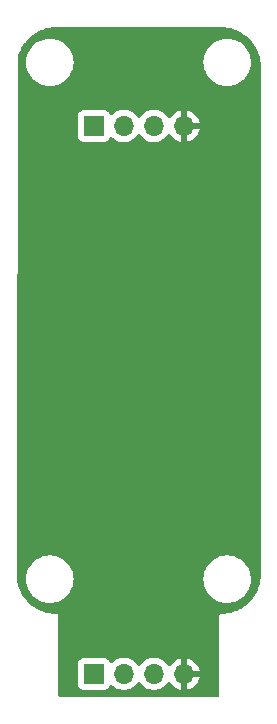
<source format=gtl>
G04 #@! TF.GenerationSoftware,KiCad,Pcbnew,7.0.10*
G04 #@! TF.CreationDate,2024-06-27T11:43:53+02:00*
G04 #@! TF.ProjectId,Traffic LED Riser,54726166-6669-4632-904c-454420526973,rev?*
G04 #@! TF.SameCoordinates,Original*
G04 #@! TF.FileFunction,Copper,L1,Top*
G04 #@! TF.FilePolarity,Positive*
%FSLAX46Y46*%
G04 Gerber Fmt 4.6, Leading zero omitted, Abs format (unit mm)*
G04 Created by KiCad (PCBNEW 7.0.10) date 2024-06-27 11:43:53*
%MOMM*%
%LPD*%
G01*
G04 APERTURE LIST*
G04 #@! TA.AperFunction,ComponentPad*
%ADD10R,1.700000X1.700000*%
G04 #@! TD*
G04 #@! TA.AperFunction,ComponentPad*
%ADD11O,1.700000X1.700000*%
G04 #@! TD*
G04 APERTURE END LIST*
D10*
X106717668Y-80382000D03*
D11*
X109257668Y-80382000D03*
X111797668Y-80382000D03*
X114337668Y-80382000D03*
X114337668Y-126778000D03*
X111797668Y-126778000D03*
X109257668Y-126778000D03*
D10*
X106717668Y-126778000D03*
G04 #@! TA.AperFunction,Conductor*
G36*
X117517168Y-72022759D02*
G01*
X117686171Y-72027039D01*
X117692424Y-72027356D01*
X117855477Y-72039772D01*
X117861691Y-72040404D01*
X118022308Y-72060839D01*
X118028413Y-72061773D01*
X118186405Y-72090020D01*
X118192482Y-72091264D01*
X118347649Y-72127115D01*
X118353622Y-72128652D01*
X118505846Y-72171922D01*
X118511704Y-72173745D01*
X118660751Y-72224222D01*
X118666451Y-72226311D01*
X118812143Y-72283802D01*
X118817706Y-72286156D01*
X118959875Y-72350475D01*
X118965288Y-72353084D01*
X119096472Y-72420315D01*
X119103674Y-72424006D01*
X119108952Y-72426875D01*
X119243385Y-72504212D01*
X119248480Y-72507308D01*
X119378782Y-72590882D01*
X119383685Y-72594195D01*
X119473686Y-72658219D01*
X119509629Y-72683788D01*
X119514381Y-72687343D01*
X119635735Y-72782735D01*
X119640284Y-72786490D01*
X119756888Y-72887514D01*
X119761235Y-72891465D01*
X119871996Y-72997077D01*
X119872846Y-72997887D01*
X119877002Y-73002043D01*
X119983417Y-73113659D01*
X119987382Y-73118022D01*
X120088397Y-73234632D01*
X120092152Y-73239182D01*
X120187561Y-73360571D01*
X120191083Y-73365281D01*
X120280653Y-73491208D01*
X120283974Y-73496122D01*
X120336309Y-73577730D01*
X120367549Y-73626444D01*
X120370654Y-73631554D01*
X120447995Y-73766008D01*
X120450864Y-73771287D01*
X120521768Y-73909656D01*
X120524391Y-73915098D01*
X120588684Y-74057227D01*
X120591052Y-74062823D01*
X120648539Y-74208521D01*
X120650640Y-74214256D01*
X120675298Y-74287076D01*
X120701103Y-74363281D01*
X120702930Y-74369152D01*
X120746186Y-74521348D01*
X120747728Y-74527336D01*
X120783578Y-74682516D01*
X120784825Y-74688607D01*
X120813063Y-74846569D01*
X120814007Y-74852742D01*
X120834437Y-75013341D01*
X120835070Y-75019575D01*
X120847483Y-75182608D01*
X120847801Y-75188882D01*
X120852082Y-75357885D01*
X120852122Y-75361025D01*
X120852122Y-118353730D01*
X120852082Y-118356870D01*
X120847802Y-118525831D01*
X120847484Y-118532107D01*
X120835070Y-118695119D01*
X120834436Y-118701353D01*
X120814010Y-118861897D01*
X120813066Y-118868073D01*
X120784827Y-119026000D01*
X120783580Y-119032090D01*
X120747731Y-119187242D01*
X120746189Y-119193231D01*
X120702931Y-119345408D01*
X120701103Y-119351279D01*
X120650648Y-119500258D01*
X120648545Y-119505999D01*
X120591061Y-119651668D01*
X120588693Y-119657263D01*
X120524392Y-119799390D01*
X120521768Y-119804832D01*
X120450860Y-119943192D01*
X120447990Y-119948473D01*
X120370663Y-120082884D01*
X120367558Y-120087993D01*
X120283988Y-120218292D01*
X120280653Y-120223227D01*
X120191103Y-120349110D01*
X120187549Y-120353860D01*
X120092164Y-120475209D01*
X120088396Y-120479775D01*
X119987383Y-120596370D01*
X119983407Y-120600744D01*
X119877022Y-120712319D01*
X119872857Y-120716483D01*
X119775132Y-120809657D01*
X119761255Y-120822888D01*
X119756882Y-120826862D01*
X119640309Y-120927852D01*
X119635743Y-120931621D01*
X119514374Y-121027017D01*
X119509623Y-121030571D01*
X119473651Y-121056159D01*
X119383725Y-121120125D01*
X119378792Y-121123458D01*
X119248490Y-121207027D01*
X119243384Y-121210130D01*
X119141125Y-121268956D01*
X119108964Y-121287457D01*
X119103685Y-121290325D01*
X118965321Y-121361232D01*
X118959880Y-121363856D01*
X118817727Y-121428166D01*
X118812129Y-121430534D01*
X118666472Y-121488008D01*
X118660733Y-121490111D01*
X118511697Y-121540583D01*
X118505826Y-121542410D01*
X118353655Y-121585663D01*
X118347666Y-121587205D01*
X118192497Y-121623056D01*
X118186424Y-121624300D01*
X118028439Y-121652545D01*
X118022279Y-121653487D01*
X117861711Y-121673917D01*
X117855475Y-121674551D01*
X117692431Y-121686966D01*
X117686156Y-121687284D01*
X117568691Y-121690259D01*
X117550602Y-121689395D01*
X117538233Y-121687892D01*
X117511463Y-121691143D01*
X117499663Y-121692007D01*
X117493404Y-121692165D01*
X117491750Y-121692409D01*
X117476701Y-121695363D01*
X117457226Y-121697728D01*
X117445563Y-121702151D01*
X117434654Y-121708234D01*
X117420316Y-121721599D01*
X117406211Y-121732941D01*
X117390068Y-121744084D01*
X117381794Y-121753422D01*
X117374963Y-121763876D01*
X117368478Y-121782376D01*
X117361258Y-121798976D01*
X117352145Y-121816339D01*
X117349159Y-121828455D01*
X117347968Y-121840883D01*
X117350456Y-121857788D01*
X117350823Y-121860276D01*
X117352145Y-121878336D01*
X117352145Y-128586969D01*
X117332460Y-128654008D01*
X117279656Y-128699763D01*
X117228145Y-128710969D01*
X103807314Y-128710969D01*
X103740275Y-128691284D01*
X103694520Y-128638480D01*
X103683314Y-128586969D01*
X103683314Y-127676654D01*
X105359168Y-127676654D01*
X105365679Y-127737202D01*
X105365679Y-127737204D01*
X105416779Y-127874204D01*
X105504407Y-127991261D01*
X105621464Y-128078889D01*
X105758467Y-128129989D01*
X105785718Y-128132918D01*
X105819013Y-128136499D01*
X105819030Y-128136500D01*
X107616306Y-128136500D01*
X107616322Y-128136499D01*
X107643360Y-128133591D01*
X107676869Y-128129989D01*
X107813872Y-128078889D01*
X107930929Y-127991261D01*
X108018557Y-127874204D01*
X108063806Y-127752887D01*
X108105677Y-127696956D01*
X108171142Y-127672539D01*
X108239414Y-127687391D01*
X108271213Y-127712236D01*
X108334428Y-127780906D01*
X108512092Y-127919189D01*
X108512093Y-127919189D01*
X108512095Y-127919191D01*
X108571982Y-127951600D01*
X108710094Y-128026342D01*
X108923033Y-128099444D01*
X109145099Y-128136500D01*
X109370237Y-128136500D01*
X109592303Y-128099444D01*
X109805242Y-128026342D01*
X110003244Y-127919189D01*
X110180908Y-127780906D01*
X110302262Y-127649082D01*
X110333383Y-127615276D01*
X110333383Y-127615275D01*
X110333390Y-127615268D01*
X110423861Y-127476790D01*
X110477006Y-127431437D01*
X110546237Y-127422013D01*
X110609573Y-127451515D01*
X110631472Y-127476787D01*
X110721946Y-127615268D01*
X110721951Y-127615273D01*
X110721952Y-127615276D01*
X110848636Y-127752889D01*
X110874428Y-127780906D01*
X111052092Y-127919189D01*
X111052093Y-127919189D01*
X111052095Y-127919191D01*
X111111982Y-127951600D01*
X111250094Y-128026342D01*
X111463033Y-128099444D01*
X111685099Y-128136500D01*
X111910237Y-128136500D01*
X112132303Y-128099444D01*
X112345242Y-128026342D01*
X112543244Y-127919189D01*
X112720908Y-127780906D01*
X112842262Y-127649082D01*
X112873383Y-127615276D01*
X112873383Y-127615275D01*
X112873390Y-127615268D01*
X112967417Y-127471347D01*
X113020562Y-127425994D01*
X113089793Y-127416570D01*
X113153129Y-127446072D01*
X113172798Y-127468048D01*
X113299558Y-127649078D01*
X113466585Y-127816105D01*
X113660089Y-127951600D01*
X113874175Y-128051429D01*
X113874184Y-128051433D01*
X114087668Y-128108634D01*
X114087668Y-127213501D01*
X114195353Y-127262680D01*
X114301905Y-127278000D01*
X114373431Y-127278000D01*
X114479983Y-127262680D01*
X114587668Y-127213501D01*
X114587668Y-128108633D01*
X114801151Y-128051433D01*
X114801160Y-128051429D01*
X115015246Y-127951600D01*
X115208750Y-127816105D01*
X115375773Y-127649082D01*
X115511268Y-127455578D01*
X115611097Y-127241492D01*
X115611100Y-127241486D01*
X115668304Y-127028000D01*
X114771354Y-127028000D01*
X114797161Y-126987844D01*
X114837668Y-126849889D01*
X114837668Y-126706111D01*
X114797161Y-126568156D01*
X114771354Y-126528000D01*
X115668304Y-126528000D01*
X115668303Y-126527999D01*
X115611100Y-126314513D01*
X115611097Y-126314507D01*
X115511268Y-126100422D01*
X115511267Y-126100420D01*
X115375781Y-125906926D01*
X115375776Y-125906920D01*
X115208750Y-125739894D01*
X115015246Y-125604399D01*
X114801160Y-125504570D01*
X114801154Y-125504567D01*
X114587668Y-125447364D01*
X114587668Y-126342498D01*
X114479983Y-126293320D01*
X114373431Y-126278000D01*
X114301905Y-126278000D01*
X114195353Y-126293320D01*
X114087668Y-126342498D01*
X114087668Y-125447364D01*
X114087667Y-125447364D01*
X113874181Y-125504567D01*
X113874175Y-125504570D01*
X113660090Y-125604399D01*
X113660088Y-125604400D01*
X113466594Y-125739886D01*
X113466588Y-125739891D01*
X113299559Y-125906920D01*
X113299558Y-125906922D01*
X113172799Y-126087952D01*
X113118222Y-126131577D01*
X113048723Y-126138769D01*
X112986369Y-126107247D01*
X112967420Y-126084656D01*
X112873390Y-125940732D01*
X112873383Y-125940725D01*
X112873383Y-125940723D01*
X112720911Y-125775097D01*
X112720906Y-125775092D01*
X112543245Y-125636812D01*
X112543240Y-125636808D01*
X112345248Y-125529661D01*
X112345245Y-125529659D01*
X112345242Y-125529658D01*
X112345239Y-125529657D01*
X112345237Y-125529656D01*
X112132305Y-125456556D01*
X111910237Y-125419500D01*
X111685099Y-125419500D01*
X111463030Y-125456556D01*
X111250098Y-125529656D01*
X111250087Y-125529661D01*
X111052095Y-125636808D01*
X111052090Y-125636812D01*
X110874429Y-125775092D01*
X110874424Y-125775097D01*
X110721952Y-125940723D01*
X110721944Y-125940734D01*
X110631476Y-126079206D01*
X110578330Y-126124562D01*
X110509099Y-126133986D01*
X110445763Y-126104484D01*
X110423860Y-126079206D01*
X110333391Y-125940734D01*
X110333383Y-125940723D01*
X110180911Y-125775097D01*
X110180906Y-125775092D01*
X110003245Y-125636812D01*
X110003240Y-125636808D01*
X109805248Y-125529661D01*
X109805245Y-125529659D01*
X109805242Y-125529658D01*
X109805239Y-125529657D01*
X109805237Y-125529656D01*
X109592305Y-125456556D01*
X109370237Y-125419500D01*
X109145099Y-125419500D01*
X108923030Y-125456556D01*
X108710098Y-125529656D01*
X108710087Y-125529661D01*
X108512095Y-125636808D01*
X108512090Y-125636812D01*
X108334429Y-125775092D01*
X108271216Y-125843760D01*
X108211329Y-125879750D01*
X108141491Y-125877649D01*
X108083875Y-125838124D01*
X108063806Y-125803110D01*
X108018557Y-125681796D01*
X107984882Y-125636812D01*
X107930929Y-125564739D01*
X107813872Y-125477111D01*
X107676871Y-125426011D01*
X107616322Y-125419500D01*
X107616306Y-125419500D01*
X105819030Y-125419500D01*
X105819013Y-125419500D01*
X105758465Y-125426011D01*
X105758463Y-125426011D01*
X105621463Y-125477111D01*
X105504407Y-125564739D01*
X105416779Y-125681795D01*
X105365679Y-125818795D01*
X105365679Y-125818797D01*
X105359168Y-125879345D01*
X105359168Y-127676654D01*
X103683314Y-127676654D01*
X103683314Y-121912360D01*
X103684636Y-121894300D01*
X103686451Y-121881970D01*
X103683879Y-121855123D01*
X103683314Y-121843298D01*
X103683314Y-121837047D01*
X103683109Y-121835364D01*
X103680539Y-121820267D01*
X103678669Y-121800740D01*
X103678667Y-121800737D01*
X103678667Y-121800735D01*
X103674542Y-121788966D01*
X103668739Y-121777910D01*
X103655735Y-121763232D01*
X103644754Y-121748844D01*
X103634027Y-121732430D01*
X103634024Y-121732428D01*
X103624898Y-121723920D01*
X103614624Y-121716828D01*
X103596288Y-121709874D01*
X103579877Y-121702237D01*
X103579723Y-121702151D01*
X103562755Y-121692690D01*
X103562752Y-121692689D01*
X103550720Y-121689398D01*
X103538323Y-121687892D01*
X103518860Y-121690256D01*
X103500775Y-121691120D01*
X103349283Y-121687283D01*
X103343009Y-121686965D01*
X103179980Y-121674552D01*
X103173744Y-121673918D01*
X103013179Y-121653490D01*
X103007006Y-121652547D01*
X102848984Y-121624296D01*
X102842894Y-121623048D01*
X102687768Y-121587208D01*
X102681785Y-121585668D01*
X102602604Y-121563163D01*
X102529586Y-121542409D01*
X102523716Y-121540582D01*
X102374683Y-121490114D01*
X102368944Y-121488011D01*
X102223272Y-121430534D01*
X102217674Y-121428165D01*
X102075515Y-121363855D01*
X102070073Y-121361232D01*
X101931715Y-121290331D01*
X101926436Y-121287462D01*
X101791980Y-121210117D01*
X101786870Y-121207011D01*
X101656625Y-121123483D01*
X101651692Y-121120150D01*
X101525732Y-121030555D01*
X101520979Y-121027000D01*
X101399626Y-120931618D01*
X101395062Y-120927851D01*
X101278483Y-120826862D01*
X101274108Y-120822885D01*
X101162519Y-120716496D01*
X101158341Y-120712319D01*
X101122157Y-120674371D01*
X101051927Y-120600716D01*
X101047976Y-120596369D01*
X100946960Y-120479775D01*
X100943209Y-120475230D01*
X100847802Y-120353858D01*
X100844248Y-120349106D01*
X100754689Y-120223212D01*
X100751355Y-120218279D01*
X100667792Y-120087996D01*
X100664685Y-120082885D01*
X100587349Y-119948460D01*
X100584480Y-119943181D01*
X100513564Y-119804811D01*
X100510963Y-119799415D01*
X100446645Y-119657257D01*
X100444279Y-119651666D01*
X100386798Y-119506005D01*
X100384708Y-119500301D01*
X100334228Y-119351257D01*
X100332404Y-119345394D01*
X100311779Y-119272839D01*
X100289148Y-119193224D01*
X100287606Y-119187236D01*
X100251757Y-119032092D01*
X100250510Y-119026001D01*
X100237816Y-118955008D01*
X100222269Y-118868061D01*
X100221326Y-118861892D01*
X100207089Y-118750001D01*
X100994390Y-118750001D01*
X101014804Y-119035433D01*
X101075628Y-119315037D01*
X101075630Y-119315043D01*
X101075631Y-119315046D01*
X101144712Y-119500258D01*
X101175635Y-119583166D01*
X101312770Y-119834309D01*
X101312775Y-119834317D01*
X101484254Y-120063387D01*
X101484270Y-120063405D01*
X101686594Y-120265729D01*
X101686612Y-120265745D01*
X101915682Y-120437224D01*
X101915690Y-120437229D01*
X102166833Y-120574364D01*
X102166832Y-120574364D01*
X102166836Y-120574365D01*
X102166839Y-120574367D01*
X102434954Y-120674369D01*
X102434960Y-120674370D01*
X102434962Y-120674371D01*
X102714566Y-120735195D01*
X102714568Y-120735195D01*
X102714572Y-120735196D01*
X102928552Y-120750500D01*
X103071448Y-120750500D01*
X103285428Y-120735196D01*
X103371396Y-120716495D01*
X103565037Y-120674371D01*
X103565037Y-120674370D01*
X103565046Y-120674369D01*
X103833161Y-120574367D01*
X104084315Y-120437226D01*
X104313395Y-120265739D01*
X104515739Y-120063395D01*
X104687226Y-119834315D01*
X104824367Y-119583161D01*
X104924369Y-119315046D01*
X104924371Y-119315037D01*
X104985195Y-119035433D01*
X104985195Y-119035432D01*
X104985196Y-119035428D01*
X105005610Y-118750001D01*
X115994390Y-118750001D01*
X116014804Y-119035433D01*
X116075628Y-119315037D01*
X116075630Y-119315043D01*
X116075631Y-119315046D01*
X116144712Y-119500258D01*
X116175635Y-119583166D01*
X116312770Y-119834309D01*
X116312775Y-119834317D01*
X116484254Y-120063387D01*
X116484270Y-120063405D01*
X116686594Y-120265729D01*
X116686612Y-120265745D01*
X116915682Y-120437224D01*
X116915690Y-120437229D01*
X117166833Y-120574364D01*
X117166832Y-120574364D01*
X117166836Y-120574365D01*
X117166839Y-120574367D01*
X117434954Y-120674369D01*
X117434960Y-120674370D01*
X117434962Y-120674371D01*
X117714566Y-120735195D01*
X117714568Y-120735195D01*
X117714572Y-120735196D01*
X117928552Y-120750500D01*
X118071448Y-120750500D01*
X118285428Y-120735196D01*
X118371396Y-120716495D01*
X118565037Y-120674371D01*
X118565037Y-120674370D01*
X118565046Y-120674369D01*
X118833161Y-120574367D01*
X119084315Y-120437226D01*
X119313395Y-120265739D01*
X119515739Y-120063395D01*
X119687226Y-119834315D01*
X119824367Y-119583161D01*
X119924369Y-119315046D01*
X119924371Y-119315037D01*
X119985195Y-119035433D01*
X119985195Y-119035432D01*
X119985196Y-119035428D01*
X120005610Y-118750000D01*
X119985196Y-118464572D01*
X119970756Y-118398194D01*
X119924371Y-118184962D01*
X119924370Y-118184960D01*
X119924369Y-118184954D01*
X119824367Y-117916839D01*
X119687226Y-117665685D01*
X119687224Y-117665682D01*
X119515745Y-117436612D01*
X119515729Y-117436594D01*
X119313405Y-117234270D01*
X119313387Y-117234254D01*
X119084317Y-117062775D01*
X119084309Y-117062770D01*
X118833166Y-116925635D01*
X118833167Y-116925635D01*
X118725915Y-116885632D01*
X118565046Y-116825631D01*
X118565043Y-116825630D01*
X118565037Y-116825628D01*
X118285433Y-116764804D01*
X118071450Y-116749500D01*
X118071448Y-116749500D01*
X117928552Y-116749500D01*
X117928549Y-116749500D01*
X117714566Y-116764804D01*
X117434962Y-116825628D01*
X117166833Y-116925635D01*
X116915690Y-117062770D01*
X116915682Y-117062775D01*
X116686612Y-117234254D01*
X116686594Y-117234270D01*
X116484270Y-117436594D01*
X116484254Y-117436612D01*
X116312775Y-117665682D01*
X116312770Y-117665690D01*
X116175635Y-117916833D01*
X116075628Y-118184962D01*
X116014804Y-118464566D01*
X115994390Y-118749998D01*
X115994390Y-118750001D01*
X105005610Y-118750001D01*
X105005610Y-118750000D01*
X104985196Y-118464572D01*
X104970756Y-118398194D01*
X104924371Y-118184962D01*
X104924370Y-118184960D01*
X104924369Y-118184954D01*
X104824367Y-117916839D01*
X104687226Y-117665685D01*
X104687224Y-117665682D01*
X104515745Y-117436612D01*
X104515729Y-117436594D01*
X104313405Y-117234270D01*
X104313387Y-117234254D01*
X104084317Y-117062775D01*
X104084309Y-117062770D01*
X103833166Y-116925635D01*
X103833167Y-116925635D01*
X103725915Y-116885632D01*
X103565046Y-116825631D01*
X103565043Y-116825630D01*
X103565037Y-116825628D01*
X103285433Y-116764804D01*
X103071450Y-116749500D01*
X103071448Y-116749500D01*
X102928552Y-116749500D01*
X102928549Y-116749500D01*
X102714566Y-116764804D01*
X102434962Y-116825628D01*
X102166833Y-116925635D01*
X101915690Y-117062770D01*
X101915682Y-117062775D01*
X101686612Y-117234254D01*
X101686594Y-117234270D01*
X101484270Y-117436594D01*
X101484254Y-117436612D01*
X101312775Y-117665682D01*
X101312770Y-117665690D01*
X101175635Y-117916833D01*
X101075628Y-118184962D01*
X101014804Y-118464566D01*
X100994390Y-118749998D01*
X100994390Y-118750001D01*
X100207089Y-118750001D01*
X100200898Y-118701348D01*
X100200264Y-118695111D01*
X100191677Y-118582341D01*
X100187850Y-118532092D01*
X100187533Y-118525827D01*
X100187010Y-118505185D01*
X100183255Y-118356870D01*
X100183215Y-118353737D01*
X100183215Y-104801696D01*
X100183216Y-104801147D01*
X100287289Y-81280654D01*
X105359168Y-81280654D01*
X105365679Y-81341202D01*
X105365679Y-81341204D01*
X105416779Y-81478204D01*
X105504407Y-81595261D01*
X105621464Y-81682889D01*
X105758467Y-81733989D01*
X105785718Y-81736918D01*
X105819013Y-81740499D01*
X105819030Y-81740500D01*
X107616306Y-81740500D01*
X107616322Y-81740499D01*
X107643360Y-81737591D01*
X107676869Y-81733989D01*
X107813872Y-81682889D01*
X107930929Y-81595261D01*
X108018557Y-81478204D01*
X108063806Y-81356887D01*
X108105677Y-81300956D01*
X108171142Y-81276539D01*
X108239414Y-81291391D01*
X108271213Y-81316236D01*
X108334428Y-81384906D01*
X108512092Y-81523189D01*
X108512093Y-81523189D01*
X108512095Y-81523191D01*
X108571982Y-81555600D01*
X108710094Y-81630342D01*
X108923033Y-81703444D01*
X109145099Y-81740500D01*
X109370237Y-81740500D01*
X109592303Y-81703444D01*
X109805242Y-81630342D01*
X110003244Y-81523189D01*
X110180908Y-81384906D01*
X110302262Y-81253082D01*
X110333383Y-81219276D01*
X110333383Y-81219275D01*
X110333390Y-81219268D01*
X110423861Y-81080790D01*
X110477006Y-81035437D01*
X110546237Y-81026013D01*
X110609573Y-81055515D01*
X110631472Y-81080787D01*
X110721946Y-81219268D01*
X110721951Y-81219273D01*
X110721952Y-81219276D01*
X110848636Y-81356889D01*
X110874428Y-81384906D01*
X111052092Y-81523189D01*
X111052093Y-81523189D01*
X111052095Y-81523191D01*
X111111982Y-81555600D01*
X111250094Y-81630342D01*
X111463033Y-81703444D01*
X111685099Y-81740500D01*
X111910237Y-81740500D01*
X112132303Y-81703444D01*
X112345242Y-81630342D01*
X112543244Y-81523189D01*
X112720908Y-81384906D01*
X112842262Y-81253082D01*
X112873383Y-81219276D01*
X112873383Y-81219275D01*
X112873390Y-81219268D01*
X112967417Y-81075347D01*
X113020562Y-81029994D01*
X113089793Y-81020570D01*
X113153129Y-81050072D01*
X113172798Y-81072048D01*
X113299558Y-81253078D01*
X113466585Y-81420105D01*
X113660089Y-81555600D01*
X113874175Y-81655429D01*
X113874184Y-81655433D01*
X114087668Y-81712634D01*
X114087668Y-80817501D01*
X114195353Y-80866680D01*
X114301905Y-80882000D01*
X114373431Y-80882000D01*
X114479983Y-80866680D01*
X114587668Y-80817501D01*
X114587668Y-81712633D01*
X114801151Y-81655433D01*
X114801160Y-81655429D01*
X115015246Y-81555600D01*
X115208750Y-81420105D01*
X115375773Y-81253082D01*
X115511268Y-81059578D01*
X115611097Y-80845492D01*
X115611100Y-80845486D01*
X115668304Y-80632000D01*
X114771354Y-80632000D01*
X114797161Y-80591844D01*
X114837668Y-80453889D01*
X114837668Y-80310111D01*
X114797161Y-80172156D01*
X114771354Y-80132000D01*
X115668304Y-80132000D01*
X115668303Y-80131999D01*
X115611100Y-79918513D01*
X115611097Y-79918507D01*
X115511268Y-79704422D01*
X115511267Y-79704420D01*
X115375781Y-79510926D01*
X115375776Y-79510920D01*
X115208750Y-79343894D01*
X115015246Y-79208399D01*
X114801160Y-79108570D01*
X114801154Y-79108567D01*
X114587668Y-79051364D01*
X114587668Y-79946498D01*
X114479983Y-79897320D01*
X114373431Y-79882000D01*
X114301905Y-79882000D01*
X114195353Y-79897320D01*
X114087668Y-79946498D01*
X114087668Y-79051364D01*
X114087667Y-79051364D01*
X113874181Y-79108567D01*
X113874175Y-79108570D01*
X113660090Y-79208399D01*
X113660088Y-79208400D01*
X113466594Y-79343886D01*
X113466588Y-79343891D01*
X113299559Y-79510920D01*
X113299558Y-79510922D01*
X113172799Y-79691952D01*
X113118222Y-79735577D01*
X113048723Y-79742769D01*
X112986369Y-79711247D01*
X112967420Y-79688656D01*
X112873390Y-79544732D01*
X112873383Y-79544725D01*
X112873383Y-79544723D01*
X112720911Y-79379097D01*
X112720906Y-79379092D01*
X112543245Y-79240812D01*
X112543240Y-79240808D01*
X112345248Y-79133661D01*
X112345245Y-79133659D01*
X112345242Y-79133658D01*
X112345239Y-79133657D01*
X112345237Y-79133656D01*
X112132305Y-79060556D01*
X111910237Y-79023500D01*
X111685099Y-79023500D01*
X111463030Y-79060556D01*
X111250098Y-79133656D01*
X111250087Y-79133661D01*
X111052095Y-79240808D01*
X111052090Y-79240812D01*
X110874429Y-79379092D01*
X110874424Y-79379097D01*
X110721952Y-79544723D01*
X110721944Y-79544734D01*
X110631476Y-79683206D01*
X110578330Y-79728562D01*
X110509099Y-79737986D01*
X110445763Y-79708484D01*
X110423860Y-79683206D01*
X110333391Y-79544734D01*
X110333383Y-79544723D01*
X110180911Y-79379097D01*
X110180906Y-79379092D01*
X110003245Y-79240812D01*
X110003240Y-79240808D01*
X109805248Y-79133661D01*
X109805245Y-79133659D01*
X109805242Y-79133658D01*
X109805239Y-79133657D01*
X109805237Y-79133656D01*
X109592305Y-79060556D01*
X109370237Y-79023500D01*
X109145099Y-79023500D01*
X108923030Y-79060556D01*
X108710098Y-79133656D01*
X108710087Y-79133661D01*
X108512095Y-79240808D01*
X108512090Y-79240812D01*
X108334429Y-79379092D01*
X108271216Y-79447760D01*
X108211329Y-79483750D01*
X108141491Y-79481649D01*
X108083875Y-79442124D01*
X108063806Y-79407110D01*
X108018557Y-79285796D01*
X107984882Y-79240812D01*
X107930929Y-79168739D01*
X107813872Y-79081111D01*
X107676871Y-79030011D01*
X107616322Y-79023500D01*
X107616306Y-79023500D01*
X105819030Y-79023500D01*
X105819013Y-79023500D01*
X105758465Y-79030011D01*
X105758463Y-79030011D01*
X105621463Y-79081111D01*
X105504407Y-79168739D01*
X105416779Y-79285795D01*
X105365679Y-79422795D01*
X105365679Y-79422797D01*
X105359168Y-79483345D01*
X105359168Y-81280654D01*
X100287289Y-81280654D01*
X100315080Y-75000001D01*
X100994390Y-75000001D01*
X101014804Y-75285433D01*
X101075628Y-75565037D01*
X101175635Y-75833166D01*
X101312770Y-76084309D01*
X101312775Y-76084317D01*
X101484254Y-76313387D01*
X101484270Y-76313405D01*
X101686594Y-76515729D01*
X101686612Y-76515745D01*
X101915682Y-76687224D01*
X101915690Y-76687229D01*
X102166833Y-76824364D01*
X102166832Y-76824364D01*
X102166836Y-76824365D01*
X102166839Y-76824367D01*
X102434954Y-76924369D01*
X102434960Y-76924370D01*
X102434962Y-76924371D01*
X102714566Y-76985195D01*
X102714568Y-76985195D01*
X102714572Y-76985196D01*
X102928552Y-77000500D01*
X103071448Y-77000500D01*
X103285428Y-76985196D01*
X103565046Y-76924369D01*
X103833161Y-76824367D01*
X104084315Y-76687226D01*
X104313395Y-76515739D01*
X104515739Y-76313395D01*
X104687226Y-76084315D01*
X104824367Y-75833161D01*
X104924369Y-75565046D01*
X104965634Y-75375352D01*
X104985195Y-75285433D01*
X104985195Y-75285432D01*
X104985196Y-75285428D01*
X105005610Y-75000001D01*
X115994390Y-75000001D01*
X116014804Y-75285433D01*
X116075628Y-75565037D01*
X116175635Y-75833166D01*
X116312770Y-76084309D01*
X116312775Y-76084317D01*
X116484254Y-76313387D01*
X116484270Y-76313405D01*
X116686594Y-76515729D01*
X116686612Y-76515745D01*
X116915682Y-76687224D01*
X116915690Y-76687229D01*
X117166833Y-76824364D01*
X117166832Y-76824364D01*
X117166836Y-76824365D01*
X117166839Y-76824367D01*
X117434954Y-76924369D01*
X117434960Y-76924370D01*
X117434962Y-76924371D01*
X117714566Y-76985195D01*
X117714568Y-76985195D01*
X117714572Y-76985196D01*
X117928552Y-77000500D01*
X118071448Y-77000500D01*
X118285428Y-76985196D01*
X118565046Y-76924369D01*
X118833161Y-76824367D01*
X119084315Y-76687226D01*
X119313395Y-76515739D01*
X119515739Y-76313395D01*
X119687226Y-76084315D01*
X119824367Y-75833161D01*
X119924369Y-75565046D01*
X119965634Y-75375352D01*
X119985195Y-75285433D01*
X119985195Y-75285432D01*
X119985196Y-75285428D01*
X120005610Y-75000000D01*
X119985196Y-74714572D01*
X119973118Y-74659052D01*
X119924371Y-74434962D01*
X119924370Y-74434960D01*
X119924369Y-74434954D01*
X119824367Y-74166839D01*
X119805122Y-74131595D01*
X119687229Y-73915690D01*
X119687224Y-73915682D01*
X119515745Y-73686612D01*
X119515729Y-73686594D01*
X119313405Y-73484270D01*
X119313387Y-73484254D01*
X119084317Y-73312775D01*
X119084309Y-73312770D01*
X118833166Y-73175635D01*
X118833167Y-73175635D01*
X118678700Y-73118022D01*
X118565046Y-73075631D01*
X118565043Y-73075630D01*
X118565037Y-73075628D01*
X118285433Y-73014804D01*
X118071450Y-72999500D01*
X118071448Y-72999500D01*
X117928552Y-72999500D01*
X117928549Y-72999500D01*
X117714566Y-73014804D01*
X117434962Y-73075628D01*
X117166833Y-73175635D01*
X116915690Y-73312770D01*
X116915682Y-73312775D01*
X116686612Y-73484254D01*
X116686594Y-73484270D01*
X116484270Y-73686594D01*
X116484254Y-73686612D01*
X116312775Y-73915682D01*
X116312770Y-73915690D01*
X116175635Y-74166833D01*
X116075628Y-74434962D01*
X116014804Y-74714566D01*
X115994390Y-74999998D01*
X115994390Y-75000001D01*
X105005610Y-75000001D01*
X105005610Y-75000000D01*
X104985196Y-74714572D01*
X104973118Y-74659052D01*
X104924371Y-74434962D01*
X104924370Y-74434960D01*
X104924369Y-74434954D01*
X104824367Y-74166839D01*
X104805122Y-74131595D01*
X104687229Y-73915690D01*
X104687224Y-73915682D01*
X104515745Y-73686612D01*
X104515729Y-73686594D01*
X104313405Y-73484270D01*
X104313387Y-73484254D01*
X104084317Y-73312775D01*
X104084309Y-73312770D01*
X103833166Y-73175635D01*
X103833167Y-73175635D01*
X103678700Y-73118022D01*
X103565046Y-73075631D01*
X103565043Y-73075630D01*
X103565037Y-73075628D01*
X103285433Y-73014804D01*
X103071450Y-72999500D01*
X103071448Y-72999500D01*
X102928552Y-72999500D01*
X102928549Y-72999500D01*
X102714566Y-73014804D01*
X102434962Y-73075628D01*
X102166833Y-73175635D01*
X101915690Y-73312770D01*
X101915682Y-73312775D01*
X101686612Y-73484254D01*
X101686594Y-73484270D01*
X101484270Y-73686594D01*
X101484254Y-73686612D01*
X101312775Y-73915682D01*
X101312770Y-73915690D01*
X101175635Y-74166833D01*
X101075628Y-74434962D01*
X101014804Y-74714566D01*
X100994390Y-74999998D01*
X100994390Y-75000001D01*
X100315080Y-75000001D01*
X100317420Y-74471098D01*
X100317565Y-74438097D01*
X100322285Y-74404770D01*
X100332416Y-74369125D01*
X100334224Y-74363316D01*
X100384705Y-74214245D01*
X100386804Y-74208518D01*
X100403249Y-74166839D01*
X100444290Y-74062823D01*
X100446647Y-74057252D01*
X100446659Y-74057227D01*
X100510960Y-73915082D01*
X100513577Y-73909656D01*
X100520184Y-73896763D01*
X100584498Y-73771254D01*
X100587331Y-73766041D01*
X100664707Y-73631531D01*
X100667797Y-73626449D01*
X100689189Y-73593093D01*
X100751364Y-73496142D01*
X100754664Y-73491256D01*
X100844291Y-73365253D01*
X100847799Y-73360563D01*
X100943220Y-73239161D01*
X100946963Y-73234627D01*
X101047978Y-73118022D01*
X101051931Y-73113671D01*
X101158355Y-73002050D01*
X101162522Y-72997884D01*
X101274149Y-72891448D01*
X101278463Y-72887526D01*
X101395086Y-72786489D01*
X101399606Y-72782758D01*
X101521019Y-72687322D01*
X101525740Y-72683792D01*
X101651663Y-72594217D01*
X101656574Y-72590898D01*
X101786924Y-72507296D01*
X101791965Y-72504233D01*
X101926462Y-72426859D01*
X101931668Y-72424030D01*
X102070099Y-72353088D01*
X102075499Y-72350485D01*
X102217685Y-72286161D01*
X102223244Y-72283808D01*
X102368967Y-72226307D01*
X102374623Y-72224234D01*
X102523749Y-72173731D01*
X102529550Y-72171925D01*
X102681840Y-72128641D01*
X102687695Y-72127133D01*
X102842990Y-72091254D01*
X102848960Y-72090032D01*
X103007025Y-72061772D01*
X103013150Y-72060836D01*
X103173769Y-72040401D01*
X103179962Y-72039772D01*
X103343030Y-72027356D01*
X103349274Y-72027039D01*
X103518285Y-72022759D01*
X103521424Y-72022720D01*
X117514030Y-72022720D01*
X117517168Y-72022759D01*
G37*
G04 #@! TD.AperFunction*
M02*

</source>
